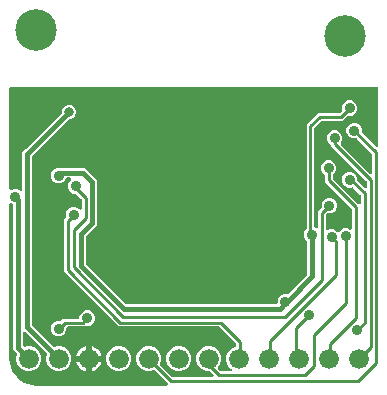
<source format=gbr>
G04 EAGLE Gerber RS-274X export*
G75*
%MOMM*%
%FSLAX34Y34*%
%LPD*%
%INBottom Copper*%
%IPPOS*%
%AMOC8*
5,1,8,0,0,1.08239X$1,22.5*%
G01*
%ADD10C,3.516000*%
%ADD11C,1.676400*%
%ADD12C,0.906400*%
%ADD13C,0.406400*%
%ADD14C,0.254000*%
%ADD15C,0.800100*%

G36*
X135912Y2558D02*
X135912Y2558D01*
X136051Y2571D01*
X136070Y2578D01*
X136090Y2581D01*
X136219Y2632D01*
X136350Y2679D01*
X136367Y2690D01*
X136385Y2698D01*
X136498Y2779D01*
X136613Y2857D01*
X136626Y2873D01*
X136643Y2884D01*
X136732Y2992D01*
X136824Y3096D01*
X136833Y3114D01*
X136846Y3129D01*
X136905Y3255D01*
X136968Y3379D01*
X136973Y3399D01*
X136981Y3417D01*
X137007Y3554D01*
X137038Y3689D01*
X137037Y3710D01*
X137041Y3729D01*
X137032Y3868D01*
X137028Y4007D01*
X137022Y4027D01*
X137021Y4047D01*
X136978Y4179D01*
X136940Y4313D01*
X136929Y4330D01*
X136923Y4349D01*
X136849Y4467D01*
X136778Y4587D01*
X136760Y4608D01*
X136753Y4618D01*
X136738Y4632D01*
X136672Y4708D01*
X136026Y5354D01*
X125918Y15461D01*
X125895Y15479D01*
X125876Y15502D01*
X125770Y15576D01*
X125667Y15656D01*
X125640Y15668D01*
X125616Y15685D01*
X125494Y15731D01*
X125375Y15782D01*
X125346Y15787D01*
X125318Y15798D01*
X125189Y15812D01*
X125061Y15832D01*
X125031Y15830D01*
X125002Y15833D01*
X124874Y15815D01*
X124744Y15803D01*
X124716Y15793D01*
X124687Y15788D01*
X124535Y15736D01*
X122722Y14985D01*
X118578Y14985D01*
X114751Y16571D01*
X111821Y19501D01*
X110235Y23328D01*
X110235Y27472D01*
X111821Y31299D01*
X114751Y34229D01*
X118578Y35815D01*
X122722Y35815D01*
X126549Y34229D01*
X129479Y31299D01*
X131065Y27472D01*
X131065Y23328D01*
X130314Y21515D01*
X130306Y21487D01*
X130292Y21460D01*
X130264Y21334D01*
X130230Y21208D01*
X130229Y21179D01*
X130223Y21150D01*
X130227Y21020D01*
X130225Y20890D01*
X130232Y20862D01*
X130232Y20832D01*
X130269Y20708D01*
X130299Y20581D01*
X130313Y20555D01*
X130321Y20527D01*
X130387Y20415D01*
X130448Y20300D01*
X130467Y20278D01*
X130482Y20253D01*
X130589Y20132D01*
X140696Y10024D01*
X140775Y9964D01*
X140847Y9896D01*
X140900Y9867D01*
X140948Y9830D01*
X141039Y9790D01*
X141125Y9742D01*
X141184Y9727D01*
X141239Y9703D01*
X141337Y9688D01*
X141433Y9663D01*
X141533Y9657D01*
X141554Y9653D01*
X141566Y9655D01*
X141594Y9653D01*
X174382Y9653D01*
X174520Y9670D01*
X174659Y9683D01*
X174678Y9690D01*
X174698Y9693D01*
X174827Y9744D01*
X174958Y9791D01*
X174975Y9802D01*
X174993Y9810D01*
X175106Y9891D01*
X175221Y9969D01*
X175234Y9985D01*
X175251Y9996D01*
X175340Y10104D01*
X175432Y10208D01*
X175441Y10226D01*
X175454Y10241D01*
X175513Y10367D01*
X175576Y10491D01*
X175581Y10511D01*
X175589Y10529D01*
X175615Y10665D01*
X175646Y10801D01*
X175645Y10822D01*
X175649Y10841D01*
X175640Y10980D01*
X175636Y11119D01*
X175630Y11139D01*
X175629Y11159D01*
X175586Y11291D01*
X175548Y11425D01*
X175537Y11442D01*
X175531Y11461D01*
X175457Y11579D01*
X175386Y11699D01*
X175368Y11720D01*
X175361Y11730D01*
X175346Y11744D01*
X175280Y11819D01*
X172486Y14614D01*
X172407Y14674D01*
X172335Y14742D01*
X172282Y14771D01*
X172234Y14808D01*
X172143Y14848D01*
X172057Y14896D01*
X171998Y14911D01*
X171943Y14935D01*
X171845Y14950D01*
X171749Y14975D01*
X171649Y14981D01*
X171628Y14985D01*
X171616Y14983D01*
X171588Y14985D01*
X169378Y14985D01*
X165551Y16571D01*
X162621Y19501D01*
X161035Y23328D01*
X161035Y27472D01*
X162621Y31299D01*
X165551Y34229D01*
X169378Y35815D01*
X173522Y35815D01*
X177349Y34229D01*
X180279Y31299D01*
X181865Y27472D01*
X181865Y23328D01*
X180279Y19501D01*
X179507Y18729D01*
X179434Y18635D01*
X179355Y18545D01*
X179337Y18509D01*
X179312Y18477D01*
X179265Y18368D01*
X179211Y18262D01*
X179202Y18223D01*
X179186Y18185D01*
X179167Y18068D01*
X179141Y17952D01*
X179142Y17911D01*
X179136Y17871D01*
X179147Y17753D01*
X179151Y17634D01*
X179162Y17595D01*
X179166Y17555D01*
X179206Y17443D01*
X179239Y17328D01*
X179260Y17294D01*
X179273Y17255D01*
X179340Y17157D01*
X179401Y17054D01*
X179441Y17009D01*
X179452Y16992D01*
X179467Y16979D01*
X179507Y16934D01*
X181336Y15104D01*
X181415Y15044D01*
X181487Y14976D01*
X181540Y14947D01*
X181588Y14910D01*
X181679Y14870D01*
X181765Y14822D01*
X181824Y14807D01*
X181879Y14783D01*
X181977Y14768D01*
X182073Y14743D01*
X182173Y14737D01*
X182194Y14733D01*
X182206Y14735D01*
X182234Y14733D01*
X189724Y14733D01*
X189862Y14750D01*
X190001Y14763D01*
X190020Y14770D01*
X190040Y14773D01*
X190169Y14824D01*
X190300Y14871D01*
X190317Y14882D01*
X190336Y14890D01*
X190448Y14971D01*
X190563Y15049D01*
X190577Y15065D01*
X190593Y15076D01*
X190682Y15184D01*
X190774Y15288D01*
X190783Y15306D01*
X190796Y15321D01*
X190855Y15447D01*
X190918Y15571D01*
X190923Y15591D01*
X190931Y15609D01*
X190957Y15745D01*
X190988Y15881D01*
X190987Y15902D01*
X190991Y15921D01*
X190982Y16060D01*
X190978Y16199D01*
X190973Y16219D01*
X190971Y16239D01*
X190929Y16371D01*
X190890Y16505D01*
X190880Y16522D01*
X190873Y16541D01*
X190799Y16659D01*
X190728Y16779D01*
X190710Y16800D01*
X190703Y16810D01*
X190688Y16824D01*
X190622Y16899D01*
X188021Y19501D01*
X186435Y23328D01*
X186435Y27472D01*
X188021Y31299D01*
X190951Y34229D01*
X194034Y35506D01*
X194059Y35521D01*
X194087Y35530D01*
X194197Y35599D01*
X194310Y35664D01*
X194331Y35684D01*
X194356Y35700D01*
X194445Y35795D01*
X194538Y35885D01*
X194554Y35910D01*
X194574Y35932D01*
X194637Y36045D01*
X194705Y36156D01*
X194713Y36184D01*
X194728Y36210D01*
X194760Y36336D01*
X194798Y36460D01*
X194800Y36490D01*
X194807Y36518D01*
X194817Y36679D01*
X194817Y37476D01*
X194805Y37574D01*
X194802Y37673D01*
X194785Y37732D01*
X194777Y37792D01*
X194741Y37884D01*
X194713Y37979D01*
X194683Y38031D01*
X194660Y38087D01*
X194602Y38167D01*
X194552Y38253D01*
X194486Y38328D01*
X194474Y38345D01*
X194464Y38353D01*
X194446Y38374D01*
X180614Y52206D01*
X180535Y52266D01*
X180463Y52334D01*
X180410Y52363D01*
X180362Y52400D01*
X180271Y52440D01*
X180185Y52488D01*
X180126Y52503D01*
X180071Y52527D01*
X179973Y52542D01*
X179877Y52567D01*
X179777Y52573D01*
X179756Y52577D01*
X179744Y52575D01*
X179716Y52577D01*
X95152Y52577D01*
X48767Y98962D01*
X48767Y143608D01*
X50214Y145054D01*
X50274Y145133D01*
X50342Y145205D01*
X50371Y145258D01*
X50408Y145306D01*
X50448Y145397D01*
X50496Y145483D01*
X50511Y145542D01*
X50535Y145597D01*
X50550Y145695D01*
X50575Y145791D01*
X50580Y145873D01*
X50583Y145885D01*
X50582Y145895D01*
X50585Y145912D01*
X50583Y145924D01*
X50585Y145952D01*
X50585Y148626D01*
X51585Y151039D01*
X53431Y152885D01*
X55844Y153885D01*
X58456Y153885D01*
X60869Y152885D01*
X61841Y151913D01*
X61950Y151829D01*
X62057Y151740D01*
X62076Y151731D01*
X62092Y151718D01*
X62219Y151663D01*
X62345Y151604D01*
X62365Y151600D01*
X62384Y151592D01*
X62522Y151570D01*
X62658Y151544D01*
X62678Y151545D01*
X62698Y151542D01*
X62837Y151555D01*
X62975Y151564D01*
X62994Y151570D01*
X63014Y151572D01*
X63146Y151619D01*
X63277Y151662D01*
X63295Y151673D01*
X63314Y151680D01*
X63429Y151758D01*
X63546Y151832D01*
X63560Y151847D01*
X63577Y151858D01*
X63669Y151962D01*
X63764Y152064D01*
X63774Y152082D01*
X63787Y152097D01*
X63850Y152220D01*
X63918Y152342D01*
X63923Y152362D01*
X63932Y152380D01*
X63962Y152516D01*
X63997Y152650D01*
X63999Y152678D01*
X64002Y152690D01*
X64001Y152711D01*
X64007Y152811D01*
X64007Y159396D01*
X63995Y159494D01*
X63992Y159593D01*
X63975Y159652D01*
X63967Y159712D01*
X63931Y159804D01*
X63903Y159899D01*
X63873Y159951D01*
X63850Y160007D01*
X63792Y160087D01*
X63742Y160173D01*
X63676Y160248D01*
X63664Y160265D01*
X63654Y160273D01*
X63636Y160294D01*
X59416Y164514D01*
X59337Y164574D01*
X59265Y164642D01*
X59212Y164671D01*
X59164Y164708D01*
X59073Y164748D01*
X58987Y164796D01*
X58928Y164811D01*
X58873Y164835D01*
X58775Y164850D01*
X58679Y164875D01*
X58579Y164881D01*
X58558Y164885D01*
X58546Y164883D01*
X58518Y164885D01*
X57380Y164885D01*
X54967Y165885D01*
X53121Y167731D01*
X52121Y170144D01*
X52121Y172756D01*
X53121Y175169D01*
X54601Y176649D01*
X54686Y176758D01*
X54774Y176865D01*
X54783Y176884D01*
X54796Y176900D01*
X54851Y177028D01*
X54910Y177153D01*
X54914Y177173D01*
X54922Y177192D01*
X54944Y177330D01*
X54970Y177466D01*
X54969Y177486D01*
X54972Y177506D01*
X54959Y177645D01*
X54950Y177783D01*
X54944Y177802D01*
X54942Y177822D01*
X54895Y177954D01*
X54852Y178085D01*
X54841Y178103D01*
X54834Y178122D01*
X54756Y178237D01*
X54682Y178354D01*
X54667Y178368D01*
X54656Y178385D01*
X54551Y178477D01*
X54450Y178572D01*
X54433Y178582D01*
X54417Y178595D01*
X54293Y178659D01*
X54172Y178726D01*
X54152Y178731D01*
X54134Y178740D01*
X53998Y178770D01*
X53864Y178805D01*
X53836Y178807D01*
X53824Y178810D01*
X53803Y178809D01*
X53703Y178815D01*
X51772Y178815D01*
X51743Y178812D01*
X51713Y178814D01*
X51585Y178792D01*
X51457Y178775D01*
X51429Y178765D01*
X51400Y178760D01*
X51282Y178706D01*
X51161Y178658D01*
X51137Y178641D01*
X51110Y178629D01*
X51009Y178548D01*
X50904Y178472D01*
X50885Y178449D01*
X50862Y178430D01*
X50784Y178327D01*
X50701Y178227D01*
X50688Y178200D01*
X50670Y178176D01*
X50600Y178032D01*
X50015Y176621D01*
X48169Y174775D01*
X45756Y173775D01*
X43144Y173775D01*
X40731Y174775D01*
X38885Y176621D01*
X37885Y179034D01*
X37885Y181646D01*
X38885Y184059D01*
X40731Y185905D01*
X43144Y186905D01*
X44741Y186905D01*
X44839Y186917D01*
X44938Y186920D01*
X44996Y186937D01*
X45056Y186945D01*
X45057Y186945D01*
X66454Y186945D01*
X76709Y176690D01*
X76709Y138270D01*
X67936Y129498D01*
X67876Y129420D01*
X67808Y129348D01*
X67779Y129295D01*
X67742Y129247D01*
X67702Y129156D01*
X67654Y129069D01*
X67639Y129011D01*
X67615Y128955D01*
X67600Y128857D01*
X67575Y128761D01*
X67569Y128661D01*
X67565Y128641D01*
X67567Y128629D01*
X67565Y128601D01*
X67565Y106349D01*
X67577Y106251D01*
X67580Y106152D01*
X67597Y106094D01*
X67605Y106034D01*
X67641Y105942D01*
X67669Y105847D01*
X67699Y105795D01*
X67722Y105738D01*
X67780Y105658D01*
X67830Y105573D01*
X67896Y105497D01*
X67908Y105481D01*
X67918Y105473D01*
X67936Y105452D01*
X101388Y72000D01*
X101466Y71940D01*
X101538Y71872D01*
X101591Y71843D01*
X101639Y71806D01*
X101730Y71766D01*
X101817Y71718D01*
X101875Y71703D01*
X101931Y71679D01*
X102029Y71664D01*
X102125Y71639D01*
X102225Y71633D01*
X102245Y71629D01*
X102257Y71631D01*
X102285Y71629D01*
X228562Y71629D01*
X228680Y71644D01*
X228798Y71651D01*
X228837Y71664D01*
X228877Y71669D01*
X228988Y71712D01*
X229101Y71749D01*
X229135Y71771D01*
X229173Y71786D01*
X229269Y71855D01*
X229370Y71919D01*
X229397Y71949D01*
X229430Y71972D01*
X229506Y72064D01*
X229588Y72151D01*
X229607Y72186D01*
X229633Y72217D01*
X229684Y72325D01*
X229741Y72429D01*
X229751Y72469D01*
X229768Y72505D01*
X229791Y72622D01*
X229821Y72737D01*
X229824Y72797D01*
X229828Y72817D01*
X229827Y72838D01*
X229831Y72898D01*
X229831Y74790D01*
X230830Y77203D01*
X232677Y79050D01*
X235090Y80049D01*
X237605Y80049D01*
X237703Y80062D01*
X237802Y80065D01*
X237861Y80081D01*
X237921Y80089D01*
X238013Y80126D01*
X238108Y80153D01*
X238160Y80184D01*
X238216Y80206D01*
X238296Y80264D01*
X238382Y80315D01*
X238457Y80381D01*
X238474Y80393D01*
X238481Y80402D01*
X238503Y80421D01*
X254378Y96296D01*
X254438Y96374D01*
X254506Y96446D01*
X254535Y96499D01*
X254572Y96547D01*
X254612Y96638D01*
X254660Y96725D01*
X254675Y96783D01*
X254699Y96839D01*
X254714Y96937D01*
X254739Y97033D01*
X254745Y97133D01*
X254749Y97153D01*
X254747Y97165D01*
X254749Y97193D01*
X254749Y124448D01*
X254737Y124546D01*
X254734Y124645D01*
X254717Y124703D01*
X254709Y124764D01*
X254673Y124856D01*
X254645Y124951D01*
X254615Y125003D01*
X254592Y125059D01*
X254534Y125139D01*
X254484Y125225D01*
X254418Y125300D01*
X254406Y125317D01*
X254396Y125324D01*
X254378Y125346D01*
X253249Y126474D01*
X252249Y128887D01*
X252249Y131499D01*
X253249Y133912D01*
X253870Y134532D01*
X253930Y134611D01*
X253998Y134683D01*
X254027Y134736D01*
X254064Y134784D01*
X254104Y134875D01*
X254152Y134961D01*
X254167Y135020D01*
X254191Y135076D01*
X254206Y135174D01*
X254231Y135269D01*
X254237Y135369D01*
X254241Y135390D01*
X254239Y135402D01*
X254241Y135430D01*
X254241Y223352D01*
X264062Y233173D01*
X281316Y233173D01*
X281414Y233185D01*
X281513Y233188D01*
X281572Y233205D01*
X281632Y233213D01*
X281724Y233249D01*
X281819Y233277D01*
X281871Y233307D01*
X281927Y233330D01*
X282007Y233388D01*
X282093Y233438D01*
X282168Y233504D01*
X282185Y233516D01*
X282193Y233526D01*
X282214Y233544D01*
X283894Y235224D01*
X283954Y235303D01*
X284022Y235375D01*
X284051Y235428D01*
X284088Y235476D01*
X284128Y235567D01*
X284176Y235653D01*
X284191Y235712D01*
X284215Y235767D01*
X284230Y235865D01*
X284255Y235961D01*
X284261Y236061D01*
X284265Y236082D01*
X284263Y236094D01*
X284265Y236122D01*
X284265Y238796D01*
X285265Y241209D01*
X287111Y243055D01*
X289524Y244055D01*
X292136Y244055D01*
X294549Y243055D01*
X296395Y241209D01*
X297395Y238796D01*
X297395Y236184D01*
X296395Y233771D01*
X294549Y231925D01*
X292136Y230925D01*
X289462Y230925D01*
X289364Y230913D01*
X289265Y230910D01*
X289206Y230893D01*
X289146Y230885D01*
X289054Y230849D01*
X288959Y230821D01*
X288907Y230791D01*
X288851Y230768D01*
X288771Y230710D01*
X288685Y230660D01*
X288610Y230594D01*
X288593Y230582D01*
X288585Y230572D01*
X288564Y230554D01*
X284578Y226567D01*
X267324Y226567D01*
X267226Y226555D01*
X267127Y226552D01*
X267068Y226535D01*
X267008Y226527D01*
X266916Y226491D01*
X266821Y226463D01*
X266769Y226433D01*
X266713Y226410D01*
X266633Y226352D01*
X266547Y226302D01*
X266472Y226236D01*
X266455Y226224D01*
X266447Y226214D01*
X266426Y226196D01*
X261218Y220988D01*
X261158Y220909D01*
X261090Y220837D01*
X261061Y220784D01*
X261024Y220736D01*
X260984Y220645D01*
X260936Y220559D01*
X260921Y220500D01*
X260897Y220445D01*
X260882Y220347D01*
X260857Y220251D01*
X260851Y220151D01*
X260847Y220130D01*
X260849Y220118D01*
X260847Y220090D01*
X260847Y137305D01*
X260850Y137275D01*
X260848Y137246D01*
X260870Y137118D01*
X260887Y136989D01*
X260897Y136962D01*
X260902Y136933D01*
X260956Y136814D01*
X261004Y136693D01*
X261021Y136670D01*
X261033Y136643D01*
X261114Y136541D01*
X261190Y136436D01*
X261213Y136417D01*
X261232Y136394D01*
X261335Y136316D01*
X261435Y136233D01*
X261462Y136221D01*
X261486Y136203D01*
X261630Y136132D01*
X262138Y135922D01*
X262186Y135909D01*
X262231Y135887D01*
X262339Y135867D01*
X262445Y135838D01*
X262495Y135837D01*
X262544Y135828D01*
X262653Y135834D01*
X262763Y135833D01*
X262811Y135844D01*
X262861Y135847D01*
X262965Y135881D01*
X263072Y135907D01*
X263116Y135930D01*
X263163Y135945D01*
X263256Y136004D01*
X263353Y136056D01*
X263390Y136089D01*
X263432Y136116D01*
X263507Y136195D01*
X263589Y136269D01*
X263616Y136311D01*
X263650Y136347D01*
X263703Y136443D01*
X263763Y136535D01*
X263780Y136582D01*
X263804Y136626D01*
X263831Y136732D01*
X263867Y136836D01*
X263871Y136886D01*
X263883Y136934D01*
X263893Y137094D01*
X263893Y149958D01*
X266610Y152674D01*
X266670Y152753D01*
X266738Y152825D01*
X266767Y152878D01*
X266804Y152926D01*
X266844Y153017D01*
X266892Y153103D01*
X266907Y153162D01*
X266912Y153173D01*
X266919Y153189D01*
X266919Y153191D01*
X266931Y153217D01*
X266946Y153315D01*
X266971Y153411D01*
X266976Y153486D01*
X266979Y153501D01*
X266978Y153514D01*
X266981Y153532D01*
X266979Y153544D01*
X266981Y153572D01*
X266981Y156246D01*
X267981Y158659D01*
X269827Y160505D01*
X272240Y161505D01*
X274852Y161505D01*
X277265Y160505D01*
X279111Y158659D01*
X280111Y156246D01*
X280111Y153634D01*
X279111Y151221D01*
X277265Y149375D01*
X274852Y148375D01*
X272178Y148375D01*
X272080Y148363D01*
X271981Y148360D01*
X271922Y148343D01*
X271862Y148335D01*
X271770Y148299D01*
X271675Y148271D01*
X271623Y148241D01*
X271567Y148218D01*
X271487Y148160D01*
X271401Y148110D01*
X271326Y148044D01*
X271309Y148032D01*
X271301Y148022D01*
X271280Y148004D01*
X270870Y147594D01*
X270810Y147515D01*
X270742Y147443D01*
X270713Y147390D01*
X270676Y147342D01*
X270636Y147251D01*
X270588Y147165D01*
X270573Y147106D01*
X270549Y147051D01*
X270534Y146953D01*
X270509Y146857D01*
X270503Y146757D01*
X270499Y146736D01*
X270501Y146724D01*
X270499Y146696D01*
X270499Y135166D01*
X270505Y135117D01*
X270503Y135067D01*
X270525Y134960D01*
X270539Y134851D01*
X270557Y134804D01*
X270567Y134756D01*
X270615Y134657D01*
X270656Y134555D01*
X270685Y134515D01*
X270707Y134470D01*
X270778Y134387D01*
X270842Y134298D01*
X270881Y134266D01*
X270913Y134228D01*
X271003Y134165D01*
X271087Y134095D01*
X271132Y134074D01*
X271173Y134045D01*
X271276Y134006D01*
X271375Y133959D01*
X271424Y133950D01*
X271470Y133932D01*
X271580Y133920D01*
X271687Y133900D01*
X271737Y133903D01*
X271786Y133897D01*
X271895Y133913D01*
X272005Y133919D01*
X272052Y133935D01*
X272101Y133942D01*
X272254Y133994D01*
X274284Y134835D01*
X276896Y134835D01*
X279309Y133835D01*
X280232Y132912D01*
X280326Y132839D01*
X280415Y132760D01*
X280451Y132742D01*
X280483Y132717D01*
X280592Y132670D01*
X280699Y132616D01*
X280738Y132607D01*
X280775Y132591D01*
X280893Y132572D01*
X281009Y132546D01*
X281049Y132547D01*
X281089Y132541D01*
X281208Y132552D01*
X281327Y132556D01*
X281366Y132567D01*
X281406Y132571D01*
X281518Y132611D01*
X281632Y132644D01*
X281667Y132665D01*
X281705Y132678D01*
X281804Y132745D01*
X281906Y132806D01*
X281951Y132845D01*
X281968Y132857D01*
X281982Y132872D01*
X282027Y132912D01*
X283761Y134646D01*
X286174Y135645D01*
X288785Y135645D01*
X291185Y134651D01*
X291233Y134638D01*
X291278Y134617D01*
X291385Y134596D01*
X291492Y134567D01*
X291541Y134567D01*
X291590Y134557D01*
X291700Y134564D01*
X291810Y134562D01*
X291858Y134574D01*
X291907Y134577D01*
X292012Y134611D01*
X292119Y134636D01*
X292163Y134660D01*
X292210Y134675D01*
X292303Y134734D01*
X292400Y134785D01*
X292437Y134819D01*
X292479Y134845D01*
X292554Y134925D01*
X292635Y134999D01*
X292663Y135041D01*
X292697Y135077D01*
X292750Y135173D01*
X292810Y135265D01*
X292826Y135312D01*
X292850Y135355D01*
X292878Y135462D01*
X292913Y135566D01*
X292917Y135615D01*
X292930Y135663D01*
X292940Y135824D01*
X292940Y151444D01*
X292927Y151542D01*
X292924Y151641D01*
X292908Y151699D01*
X292900Y151759D01*
X292864Y151851D01*
X292836Y151946D01*
X292805Y151999D01*
X292783Y152055D01*
X292725Y152135D01*
X292674Y152220D01*
X292608Y152296D01*
X292596Y152312D01*
X292587Y152320D01*
X292568Y152341D01*
X269747Y175162D01*
X269747Y180183D01*
X269735Y180281D01*
X269732Y180380D01*
X269715Y180438D01*
X269707Y180499D01*
X269671Y180591D01*
X269643Y180686D01*
X269613Y180738D01*
X269590Y180794D01*
X269532Y180874D01*
X269482Y180960D01*
X269416Y181035D01*
X269404Y181052D01*
X269394Y181059D01*
X269376Y181081D01*
X267485Y182971D01*
X266485Y185384D01*
X266485Y187996D01*
X267485Y190409D01*
X269331Y192255D01*
X271744Y193255D01*
X274356Y193255D01*
X276769Y192255D01*
X278615Y190409D01*
X279615Y187996D01*
X279615Y185384D01*
X278615Y182971D01*
X276724Y181081D01*
X276664Y181002D01*
X276596Y180930D01*
X276567Y180877D01*
X276530Y180829D01*
X276490Y180738D01*
X276442Y180652D01*
X276427Y180593D01*
X276403Y180537D01*
X276388Y180439D01*
X276363Y180344D01*
X276357Y180244D01*
X276353Y180223D01*
X276355Y180211D01*
X276353Y180183D01*
X276353Y178424D01*
X276365Y178326D01*
X276368Y178227D01*
X276385Y178168D01*
X276393Y178108D01*
X276429Y178016D01*
X276457Y177921D01*
X276487Y177869D01*
X276510Y177813D01*
X276568Y177733D01*
X276618Y177647D01*
X276684Y177572D01*
X276696Y177555D01*
X276706Y177547D01*
X276724Y177526D01*
X297239Y157012D01*
X297885Y156366D01*
X297995Y156281D01*
X298102Y156192D01*
X298120Y156183D01*
X298136Y156171D01*
X298264Y156115D01*
X298390Y156056D01*
X298409Y156053D01*
X298428Y156044D01*
X298566Y156023D01*
X298702Y155997D01*
X298722Y155998D01*
X298742Y155995D01*
X298881Y156008D01*
X299019Y156016D01*
X299039Y156023D01*
X299059Y156024D01*
X299190Y156071D01*
X299322Y156114D01*
X299339Y156125D01*
X299358Y156132D01*
X299473Y156210D01*
X299591Y156284D01*
X299605Y156299D01*
X299621Y156311D01*
X299713Y156415D01*
X299809Y156516D01*
X299818Y156534D01*
X299832Y156549D01*
X299895Y156673D01*
X299962Y156795D01*
X299967Y156814D01*
X299976Y156832D01*
X300007Y156968D01*
X300042Y157103D01*
X300043Y157131D01*
X300046Y157143D01*
X300045Y157163D01*
X300052Y157263D01*
X300052Y163382D01*
X300039Y163480D01*
X300036Y163579D01*
X300020Y163637D01*
X300012Y163697D01*
X299975Y163789D01*
X299948Y163884D01*
X299917Y163937D01*
X299895Y163993D01*
X299837Y164073D01*
X299786Y164158D01*
X299720Y164234D01*
X299708Y164250D01*
X299699Y164258D01*
X299680Y164279D01*
X293874Y170085D01*
X293851Y170103D01*
X293831Y170126D01*
X293725Y170200D01*
X293623Y170280D01*
X293595Y170292D01*
X293571Y170309D01*
X293450Y170355D01*
X293331Y170407D01*
X293302Y170411D01*
X293274Y170422D01*
X293145Y170436D01*
X293017Y170456D01*
X292987Y170454D01*
X292958Y170457D01*
X292829Y170439D01*
X292700Y170427D01*
X292672Y170417D01*
X292643Y170413D01*
X292491Y170360D01*
X291960Y170141D01*
X289349Y170141D01*
X286936Y171140D01*
X285089Y172987D01*
X284090Y175400D01*
X284090Y178011D01*
X285089Y180424D01*
X286936Y182271D01*
X289349Y183270D01*
X291960Y183270D01*
X294373Y182271D01*
X296220Y180424D01*
X297219Y178011D01*
X297219Y176607D01*
X297232Y176509D01*
X297235Y176410D01*
X297251Y176352D01*
X297259Y176292D01*
X297296Y176200D01*
X297323Y176105D01*
X297354Y176052D01*
X297376Y175996D01*
X297434Y175916D01*
X297485Y175831D01*
X297551Y175755D01*
X297563Y175739D01*
X297572Y175731D01*
X297591Y175710D01*
X303141Y170160D01*
X303250Y170075D01*
X303357Y169986D01*
X303376Y169978D01*
X303392Y169965D01*
X303520Y169910D01*
X303645Y169851D01*
X303665Y169847D01*
X303684Y169839D01*
X303822Y169817D01*
X303958Y169791D01*
X303978Y169792D01*
X303998Y169789D01*
X304137Y169802D01*
X304275Y169811D01*
X304294Y169817D01*
X304314Y169819D01*
X304446Y169866D01*
X304577Y169909D01*
X304595Y169920D01*
X304614Y169927D01*
X304729Y170005D01*
X304846Y170079D01*
X304860Y170094D01*
X304877Y170105D01*
X304969Y170209D01*
X305064Y170311D01*
X305074Y170328D01*
X305087Y170344D01*
X305151Y170468D01*
X305218Y170589D01*
X305223Y170609D01*
X305232Y170627D01*
X305262Y170763D01*
X305297Y170897D01*
X305299Y170925D01*
X305302Y170937D01*
X305301Y170958D01*
X305307Y171058D01*
X305307Y174636D01*
X305295Y174734D01*
X305292Y174833D01*
X305275Y174892D01*
X305267Y174952D01*
X305231Y175044D01*
X305203Y175139D01*
X305173Y175191D01*
X305150Y175247D01*
X305092Y175327D01*
X305042Y175413D01*
X304976Y175488D01*
X304964Y175505D01*
X304954Y175513D01*
X304936Y175534D01*
X274819Y205650D01*
X274815Y205681D01*
X274812Y205780D01*
X274795Y205838D01*
X274787Y205899D01*
X274751Y205991D01*
X274723Y206086D01*
X274693Y206138D01*
X274670Y206194D01*
X274612Y206274D01*
X274562Y206360D01*
X274496Y206435D01*
X274484Y206452D01*
X274474Y206459D01*
X274456Y206481D01*
X272565Y208371D01*
X271565Y210784D01*
X271565Y213396D01*
X272565Y215809D01*
X274411Y217655D01*
X276824Y218655D01*
X279436Y218655D01*
X281849Y217655D01*
X283695Y215809D01*
X284695Y213396D01*
X284695Y210784D01*
X283695Y208371D01*
X283465Y208141D01*
X283392Y208047D01*
X283313Y207958D01*
X283295Y207922D01*
X283270Y207890D01*
X283223Y207781D01*
X283168Y207674D01*
X283160Y207635D01*
X283144Y207598D01*
X283125Y207480D01*
X283099Y207364D01*
X283100Y207324D01*
X283094Y207284D01*
X283105Y207165D01*
X283108Y207046D01*
X283120Y207007D01*
X283124Y206967D01*
X283164Y206855D01*
X283197Y206741D01*
X283217Y206706D01*
X283231Y206668D01*
X283298Y206569D01*
X283358Y206467D01*
X283398Y206422D01*
X283410Y206405D01*
X283425Y206391D01*
X283465Y206346D01*
X307713Y182098D01*
X307822Y182013D01*
X307929Y181924D01*
X307948Y181916D01*
X307964Y181903D01*
X308092Y181848D01*
X308217Y181789D01*
X308237Y181785D01*
X308256Y181777D01*
X308394Y181755D01*
X308530Y181729D01*
X308550Y181730D01*
X308570Y181727D01*
X308709Y181740D01*
X308847Y181749D01*
X308866Y181755D01*
X308886Y181757D01*
X309018Y181804D01*
X309149Y181847D01*
X309167Y181858D01*
X309186Y181865D01*
X309301Y181943D01*
X309418Y182017D01*
X309432Y182032D01*
X309449Y182043D01*
X309541Y182147D01*
X309636Y182249D01*
X309646Y182266D01*
X309659Y182282D01*
X309723Y182405D01*
X309790Y182527D01*
X309795Y182547D01*
X309804Y182565D01*
X309834Y182701D01*
X309869Y182835D01*
X309871Y182863D01*
X309874Y182875D01*
X309873Y182896D01*
X309879Y182996D01*
X309879Y198120D01*
X309867Y198218D01*
X309864Y198317D01*
X309847Y198375D01*
X309839Y198436D01*
X309803Y198528D01*
X309775Y198623D01*
X309745Y198675D01*
X309722Y198731D01*
X309664Y198811D01*
X309614Y198897D01*
X309548Y198972D01*
X309536Y198989D01*
X309526Y198996D01*
X309508Y199018D01*
X297022Y211504D01*
X296943Y211564D01*
X296871Y211632D01*
X296818Y211661D01*
X296770Y211698D01*
X296679Y211738D01*
X296593Y211786D01*
X296534Y211801D01*
X296478Y211825D01*
X296380Y211840D01*
X296285Y211865D01*
X296185Y211871D01*
X296164Y211875D01*
X296152Y211873D01*
X296124Y211875D01*
X293334Y211875D01*
X290921Y212875D01*
X289075Y214721D01*
X288075Y217134D01*
X288075Y219746D01*
X289075Y222159D01*
X290921Y224005D01*
X293334Y225005D01*
X295946Y225005D01*
X298359Y224005D01*
X300205Y222159D01*
X301205Y219746D01*
X301205Y217188D01*
X301217Y217089D01*
X301220Y216990D01*
X301237Y216932D01*
X301245Y216872D01*
X301281Y216780D01*
X301309Y216685D01*
X301339Y216633D01*
X301362Y216576D01*
X301420Y216496D01*
X301470Y216411D01*
X301536Y216336D01*
X301548Y216319D01*
X301558Y216311D01*
X301576Y216290D01*
X312793Y205074D01*
X312902Y204989D01*
X313009Y204900D01*
X313028Y204892D01*
X313044Y204879D01*
X313172Y204824D01*
X313297Y204765D01*
X313317Y204761D01*
X313336Y204753D01*
X313474Y204731D01*
X313610Y204705D01*
X313630Y204706D01*
X313650Y204703D01*
X313789Y204716D01*
X313927Y204725D01*
X313946Y204731D01*
X313966Y204733D01*
X314098Y204780D01*
X314229Y204823D01*
X314247Y204833D01*
X314266Y204840D01*
X314381Y204918D01*
X314498Y204993D01*
X314512Y205008D01*
X314529Y205019D01*
X314621Y205123D01*
X314716Y205224D01*
X314726Y205242D01*
X314739Y205257D01*
X314803Y205381D01*
X314870Y205503D01*
X314875Y205522D01*
X314884Y205541D01*
X314914Y205676D01*
X314949Y205811D01*
X314951Y205839D01*
X314954Y205851D01*
X314953Y205871D01*
X314959Y205972D01*
X314959Y254000D01*
X314944Y254118D01*
X314937Y254237D01*
X314924Y254275D01*
X314919Y254316D01*
X314876Y254426D01*
X314839Y254539D01*
X314817Y254574D01*
X314802Y254611D01*
X314733Y254707D01*
X314669Y254808D01*
X314639Y254836D01*
X314616Y254869D01*
X314524Y254945D01*
X314437Y255026D01*
X314402Y255046D01*
X314371Y255071D01*
X314263Y255122D01*
X314159Y255180D01*
X314119Y255190D01*
X314083Y255207D01*
X313966Y255229D01*
X313851Y255259D01*
X313791Y255263D01*
X313771Y255267D01*
X313750Y255265D01*
X313690Y255269D01*
X3810Y255269D01*
X3692Y255254D01*
X3573Y255247D01*
X3535Y255234D01*
X3494Y255229D01*
X3384Y255186D01*
X3271Y255149D01*
X3236Y255127D01*
X3199Y255112D01*
X3103Y255042D01*
X3002Y254979D01*
X2974Y254949D01*
X2941Y254926D01*
X2865Y254834D01*
X2784Y254747D01*
X2764Y254712D01*
X2739Y254681D01*
X2688Y254573D01*
X2630Y254469D01*
X2620Y254429D01*
X2603Y254393D01*
X2581Y254276D01*
X2551Y254161D01*
X2547Y254100D01*
X2543Y254080D01*
X2545Y254060D01*
X2541Y254000D01*
X2541Y169461D01*
X2547Y169412D01*
X2545Y169362D01*
X2567Y169255D01*
X2581Y169146D01*
X2599Y169099D01*
X2609Y169051D01*
X2657Y168952D01*
X2698Y168850D01*
X2727Y168810D01*
X2749Y168765D01*
X2820Y168682D01*
X2884Y168593D01*
X2923Y168561D01*
X2955Y168523D01*
X3045Y168460D01*
X3129Y168390D01*
X3174Y168369D01*
X3215Y168340D01*
X3318Y168301D01*
X3417Y168254D01*
X3466Y168245D01*
X3512Y168227D01*
X3622Y168215D01*
X3729Y168195D01*
X3779Y168198D01*
X3828Y168192D01*
X3937Y168208D01*
X4047Y168214D01*
X4094Y168230D01*
X4143Y168237D01*
X4296Y168289D01*
X6314Y169125D01*
X8926Y169125D01*
X11339Y168125D01*
X11548Y167915D01*
X11658Y167830D01*
X11765Y167742D01*
X11784Y167733D01*
X11800Y167720D01*
X11927Y167665D01*
X12053Y167606D01*
X12073Y167602D01*
X12092Y167594D01*
X12229Y167572D01*
X12366Y167546D01*
X12386Y167547D01*
X12406Y167544D01*
X12544Y167557D01*
X12683Y167566D01*
X12702Y167572D01*
X12722Y167574D01*
X12854Y167621D01*
X12985Y167664D01*
X13002Y167675D01*
X13022Y167682D01*
X13137Y167760D01*
X13254Y167834D01*
X13268Y167849D01*
X13285Y167860D01*
X13377Y167964D01*
X13472Y168066D01*
X13482Y168083D01*
X13495Y168099D01*
X13559Y168223D01*
X13626Y168344D01*
X13631Y168364D01*
X13640Y168382D01*
X13670Y168518D01*
X13705Y168652D01*
X13707Y168680D01*
X13710Y168692D01*
X13709Y168713D01*
X13715Y168813D01*
X13715Y200274D01*
X16468Y203026D01*
X46935Y233493D01*
X46996Y233572D01*
X47064Y233644D01*
X47093Y233697D01*
X47130Y233745D01*
X47169Y233836D01*
X47217Y233922D01*
X47232Y233981D01*
X47256Y234037D01*
X47272Y234134D01*
X47297Y234230D01*
X47303Y234330D01*
X47306Y234351D01*
X47305Y234363D01*
X47307Y234391D01*
X47307Y235350D01*
X48225Y237568D01*
X49922Y239265D01*
X52140Y240183D01*
X54540Y240183D01*
X56758Y239265D01*
X58455Y237568D01*
X59373Y235350D01*
X59373Y232950D01*
X58455Y230732D01*
X56758Y229035D01*
X54540Y228117D01*
X53581Y228117D01*
X53483Y228104D01*
X53384Y228101D01*
X53325Y228085D01*
X53265Y228077D01*
X53173Y228040D01*
X53078Y228013D01*
X53026Y227982D01*
X52970Y227960D01*
X52890Y227902D01*
X52804Y227851D01*
X52729Y227785D01*
X52712Y227773D01*
X52705Y227764D01*
X52683Y227745D01*
X22216Y197278D01*
X22156Y197200D01*
X22088Y197128D01*
X22059Y197075D01*
X22022Y197027D01*
X21982Y196936D01*
X21934Y196849D01*
X21919Y196791D01*
X21895Y196735D01*
X21880Y196637D01*
X21855Y196541D01*
X21849Y196441D01*
X21845Y196421D01*
X21847Y196409D01*
X21845Y196381D01*
X21845Y54279D01*
X21857Y54181D01*
X21860Y54082D01*
X21877Y54024D01*
X21885Y53964D01*
X21921Y53872D01*
X21949Y53777D01*
X21979Y53725D01*
X22002Y53668D01*
X22060Y53588D01*
X22110Y53503D01*
X22176Y53427D01*
X22188Y53411D01*
X22198Y53403D01*
X22216Y53382D01*
X39944Y35654D01*
X39967Y35636D01*
X39986Y35614D01*
X40092Y35539D01*
X40195Y35459D01*
X40222Y35448D01*
X40246Y35431D01*
X40368Y35385D01*
X40487Y35333D01*
X40516Y35329D01*
X40544Y35318D01*
X40673Y35304D01*
X40801Y35283D01*
X40831Y35286D01*
X40860Y35283D01*
X40988Y35301D01*
X41118Y35313D01*
X41146Y35323D01*
X41175Y35327D01*
X41327Y35379D01*
X42378Y35815D01*
X46522Y35815D01*
X50349Y34229D01*
X53279Y31299D01*
X54865Y27472D01*
X54865Y23328D01*
X53279Y19501D01*
X50349Y16571D01*
X46522Y14985D01*
X42378Y14985D01*
X38551Y16571D01*
X35621Y19501D01*
X34035Y23328D01*
X34035Y27472D01*
X34471Y28523D01*
X34479Y28551D01*
X34492Y28578D01*
X34520Y28704D01*
X34555Y28830D01*
X34555Y28859D01*
X34562Y28888D01*
X34558Y29018D01*
X34560Y29148D01*
X34553Y29176D01*
X34552Y29206D01*
X34516Y29330D01*
X34486Y29457D01*
X34472Y29483D01*
X34464Y29511D01*
X34398Y29623D01*
X34337Y29738D01*
X34317Y29760D01*
X34302Y29785D01*
X34196Y29906D01*
X16468Y47633D01*
X16392Y47710D01*
X16282Y47795D01*
X16175Y47884D01*
X16156Y47893D01*
X16140Y47905D01*
X16013Y47960D01*
X15887Y48020D01*
X15867Y48023D01*
X15849Y48031D01*
X15711Y48053D01*
X15574Y48079D01*
X15554Y48078D01*
X15535Y48081D01*
X15396Y48068D01*
X15257Y48060D01*
X15238Y48053D01*
X15218Y48051D01*
X15087Y48004D01*
X14955Y47962D01*
X14938Y47951D01*
X14919Y47944D01*
X14803Y47866D01*
X14686Y47791D01*
X14672Y47777D01*
X14655Y47765D01*
X14564Y47661D01*
X14468Y47560D01*
X14458Y47542D01*
X14445Y47527D01*
X14382Y47403D01*
X14314Y47281D01*
X14309Y47262D01*
X14300Y47244D01*
X14270Y47108D01*
X14235Y46973D01*
X14233Y46945D01*
X14231Y46934D01*
X14231Y46913D01*
X14225Y46813D01*
X14225Y36574D01*
X14231Y36524D01*
X14229Y36475D01*
X14251Y36367D01*
X14265Y36258D01*
X14283Y36212D01*
X14293Y36163D01*
X14341Y36065D01*
X14382Y35962D01*
X14411Y35922D01*
X14433Y35878D01*
X14504Y35794D01*
X14568Y35705D01*
X14607Y35673D01*
X14639Y35636D01*
X14729Y35572D01*
X14813Y35502D01*
X14858Y35481D01*
X14899Y35453D01*
X15002Y35414D01*
X15101Y35367D01*
X15150Y35357D01*
X15196Y35340D01*
X15306Y35328D01*
X15413Y35307D01*
X15463Y35310D01*
X15512Y35305D01*
X15621Y35320D01*
X15731Y35327D01*
X15778Y35342D01*
X15827Y35349D01*
X15980Y35401D01*
X16978Y35815D01*
X21122Y35815D01*
X24949Y34229D01*
X27879Y31299D01*
X29465Y27472D01*
X29465Y23328D01*
X27879Y19501D01*
X24949Y16571D01*
X21122Y14985D01*
X16978Y14985D01*
X13151Y16571D01*
X10221Y19501D01*
X8635Y23328D01*
X8635Y27472D01*
X9071Y28523D01*
X9079Y28551D01*
X9092Y28578D01*
X9120Y28704D01*
X9155Y28830D01*
X9155Y28859D01*
X9162Y28888D01*
X9158Y29018D01*
X9160Y29148D01*
X9153Y29176D01*
X9152Y29206D01*
X9116Y29330D01*
X9086Y29457D01*
X9072Y29483D01*
X9064Y29511D01*
X8998Y29623D01*
X8937Y29738D01*
X8917Y29760D01*
X8902Y29785D01*
X8796Y29906D01*
X6095Y32606D01*
X6095Y155238D01*
X6092Y155267D01*
X6094Y155297D01*
X6072Y155425D01*
X6055Y155553D01*
X6045Y155581D01*
X6040Y155610D01*
X5986Y155729D01*
X5938Y155849D01*
X5921Y155873D01*
X5909Y155900D01*
X5828Y156002D01*
X5752Y156106D01*
X5729Y156125D01*
X5710Y156148D01*
X5607Y156226D01*
X5507Y156309D01*
X5480Y156322D01*
X5456Y156340D01*
X5312Y156410D01*
X4296Y156831D01*
X4248Y156845D01*
X4203Y156866D01*
X4095Y156886D01*
X3989Y156915D01*
X3939Y156916D01*
X3890Y156925D01*
X3781Y156919D01*
X3671Y156920D01*
X3623Y156909D01*
X3573Y156906D01*
X3469Y156872D01*
X3362Y156846D01*
X3318Y156823D01*
X3271Y156808D01*
X3178Y156749D01*
X3081Y156697D01*
X3044Y156664D01*
X3002Y156637D01*
X2927Y156557D01*
X2845Y156484D01*
X2818Y156442D01*
X2784Y156406D01*
X2731Y156310D01*
X2671Y156218D01*
X2654Y156171D01*
X2630Y156127D01*
X2603Y156021D01*
X2567Y155917D01*
X2563Y155867D01*
X2551Y155819D01*
X2541Y155659D01*
X2541Y25400D01*
X2543Y25378D01*
X2545Y25300D01*
X2810Y21923D01*
X2824Y21855D01*
X2829Y21786D01*
X2869Y21630D01*
X4956Y15206D01*
X5006Y15099D01*
X5050Y14988D01*
X5083Y14937D01*
X5091Y14918D01*
X5104Y14903D01*
X5136Y14852D01*
X9107Y9388D01*
X9127Y9366D01*
X9138Y9348D01*
X9184Y9305D01*
X9188Y9301D01*
X9264Y9209D01*
X9310Y9171D01*
X9324Y9156D01*
X9342Y9145D01*
X9388Y9107D01*
X14852Y5136D01*
X14956Y5079D01*
X15056Y5015D01*
X15113Y4993D01*
X15131Y4983D01*
X15151Y4978D01*
X15206Y4956D01*
X21630Y2869D01*
X21698Y2856D01*
X21764Y2833D01*
X21923Y2810D01*
X25300Y2545D01*
X25322Y2546D01*
X25400Y2541D01*
X135774Y2541D01*
X135912Y2558D01*
G37*
%LPC*%
G36*
X43144Y44235D02*
X43144Y44235D01*
X40731Y45235D01*
X38885Y47081D01*
X37885Y49494D01*
X37885Y52106D01*
X38885Y54519D01*
X40731Y56365D01*
X43144Y57365D01*
X45818Y57365D01*
X45916Y57377D01*
X46015Y57380D01*
X46074Y57397D01*
X46134Y57405D01*
X46226Y57441D01*
X46321Y57469D01*
X46373Y57499D01*
X46429Y57522D01*
X46509Y57580D01*
X46595Y57630D01*
X46670Y57696D01*
X46687Y57708D01*
X46695Y57718D01*
X46716Y57736D01*
X48162Y59183D01*
X60746Y59183D01*
X60864Y59198D01*
X60983Y59205D01*
X61021Y59218D01*
X61062Y59223D01*
X61172Y59266D01*
X61285Y59303D01*
X61320Y59325D01*
X61357Y59340D01*
X61453Y59409D01*
X61554Y59473D01*
X61582Y59503D01*
X61615Y59526D01*
X61691Y59618D01*
X61772Y59705D01*
X61792Y59740D01*
X61817Y59771D01*
X61868Y59879D01*
X61926Y59983D01*
X61936Y60023D01*
X61953Y60059D01*
X61975Y60176D01*
X62005Y60291D01*
X62009Y60351D01*
X62013Y60371D01*
X62011Y60392D01*
X62015Y60452D01*
X62015Y60996D01*
X63015Y63409D01*
X64861Y65255D01*
X67274Y66255D01*
X69886Y66255D01*
X72299Y65255D01*
X74145Y63409D01*
X75145Y60996D01*
X75145Y58384D01*
X74145Y55971D01*
X72299Y54125D01*
X69886Y53125D01*
X67212Y53125D01*
X67114Y53113D01*
X67015Y53110D01*
X66956Y53093D01*
X66896Y53085D01*
X66804Y53049D01*
X66709Y53021D01*
X66657Y52991D01*
X66601Y52968D01*
X66521Y52910D01*
X66435Y52860D01*
X66360Y52794D01*
X66343Y52782D01*
X66335Y52772D01*
X66314Y52754D01*
X66138Y52577D01*
X52284Y52577D01*
X52166Y52562D01*
X52047Y52555D01*
X52009Y52542D01*
X51968Y52537D01*
X51858Y52494D01*
X51745Y52457D01*
X51710Y52435D01*
X51673Y52420D01*
X51577Y52351D01*
X51476Y52287D01*
X51448Y52257D01*
X51415Y52234D01*
X51339Y52142D01*
X51258Y52055D01*
X51238Y52020D01*
X51213Y51989D01*
X51162Y51881D01*
X51104Y51777D01*
X51094Y51737D01*
X51077Y51701D01*
X51055Y51584D01*
X51025Y51469D01*
X51021Y51409D01*
X51017Y51389D01*
X51019Y51368D01*
X51015Y51308D01*
X51015Y49494D01*
X50015Y47081D01*
X48169Y45235D01*
X45756Y44235D01*
X43144Y44235D01*
G37*
%LPD*%
%LPC*%
G36*
X143978Y14985D02*
X143978Y14985D01*
X140151Y16571D01*
X137221Y19501D01*
X135635Y23328D01*
X135635Y27472D01*
X137221Y31299D01*
X140151Y34229D01*
X143978Y35815D01*
X148122Y35815D01*
X151949Y34229D01*
X154879Y31299D01*
X156465Y27472D01*
X156465Y23328D01*
X154879Y19501D01*
X151949Y16571D01*
X148122Y14985D01*
X143978Y14985D01*
G37*
%LPD*%
%LPC*%
G36*
X93178Y14985D02*
X93178Y14985D01*
X89351Y16571D01*
X86421Y19501D01*
X84835Y23328D01*
X84835Y27472D01*
X86421Y31299D01*
X89351Y34229D01*
X93178Y35815D01*
X97322Y35815D01*
X101149Y34229D01*
X104079Y31299D01*
X105665Y27472D01*
X105665Y23328D01*
X104079Y19501D01*
X101149Y16571D01*
X97322Y14985D01*
X93178Y14985D01*
G37*
%LPD*%
%LPC*%
G36*
X72349Y27899D02*
X72349Y27899D01*
X72349Y36063D01*
X72408Y36054D01*
X74043Y35523D01*
X75575Y34742D01*
X76966Y33731D01*
X78181Y32516D01*
X79192Y31125D01*
X79973Y29593D01*
X80504Y27958D01*
X80513Y27899D01*
X72349Y27899D01*
G37*
%LPD*%
%LPC*%
G36*
X59187Y27899D02*
X59187Y27899D01*
X59196Y27958D01*
X59727Y29593D01*
X60508Y31125D01*
X61519Y32516D01*
X62734Y33731D01*
X64125Y34742D01*
X65657Y35523D01*
X67292Y36054D01*
X67351Y36063D01*
X67351Y27899D01*
X59187Y27899D01*
G37*
%LPD*%
%LPC*%
G36*
X72349Y22901D02*
X72349Y22901D01*
X80513Y22901D01*
X80504Y22842D01*
X79973Y21207D01*
X79192Y19675D01*
X78181Y18284D01*
X76966Y17069D01*
X75575Y16058D01*
X74043Y15277D01*
X72408Y14746D01*
X72349Y14737D01*
X72349Y22901D01*
G37*
%LPD*%
%LPC*%
G36*
X67292Y14746D02*
X67292Y14746D01*
X65657Y15277D01*
X64125Y16058D01*
X62734Y17069D01*
X61519Y18284D01*
X60508Y19675D01*
X59727Y21207D01*
X59196Y22842D01*
X59187Y22901D01*
X67351Y22901D01*
X67351Y14737D01*
X67292Y14746D01*
G37*
%LPD*%
D10*
X25400Y303530D03*
X287020Y298450D03*
D11*
X19050Y25400D03*
X44450Y25400D03*
X69850Y25400D03*
X95250Y25400D03*
X120650Y25400D03*
X146050Y25400D03*
X171450Y25400D03*
X196850Y25400D03*
X222250Y25400D03*
X247650Y25400D03*
X273050Y25400D03*
X298450Y25400D03*
D12*
X266700Y218440D03*
X278130Y250190D03*
X55880Y250190D03*
X53340Y199390D03*
X31750Y180340D03*
X54610Y160020D03*
X7620Y228600D03*
X7620Y247650D03*
X7620Y209550D03*
X90170Y248920D03*
X113030Y229870D03*
X95250Y212090D03*
X118110Y179070D03*
X90170Y160020D03*
X120650Y138430D03*
X100330Y119380D03*
X92710Y93980D03*
X124460Y93980D03*
X134620Y116840D03*
X157480Y134620D03*
X162560Y96520D03*
X181610Y115570D03*
X198120Y133350D03*
X203200Y92710D03*
X224790Y109220D03*
X228600Y143510D03*
X209550Y161290D03*
X226060Y184150D03*
X207010Y200660D03*
X228600Y226060D03*
X226060Y248920D03*
X201930Y247650D03*
X199390Y220980D03*
X182880Y234950D03*
X167640Y250190D03*
X162560Y217170D03*
X146050Y233680D03*
X124460Y250190D03*
X92710Y189230D03*
X140970Y199390D03*
X185420Y199390D03*
X185420Y154940D03*
X138430Y153670D03*
X308610Y217170D03*
X68580Y71120D03*
X48260Y91440D03*
X27940Y97790D03*
X30480Y55880D03*
D13*
X10160Y160020D02*
X7620Y162560D01*
D12*
X7620Y162560D03*
D13*
X10160Y34290D02*
X19050Y25400D01*
X10160Y34290D02*
X10160Y160020D01*
D12*
X68580Y59690D03*
D14*
X64770Y55880D01*
X49530Y55880D01*
X44450Y50800D01*
D12*
X44450Y50800D03*
X258814Y130193D03*
D14*
X257544Y130193D02*
X257544Y221984D01*
X257544Y130193D02*
X258814Y130193D01*
X257544Y221984D02*
X265430Y229870D01*
X283210Y229870D02*
X290830Y237490D01*
X283210Y229870D02*
X265430Y229870D01*
D12*
X290830Y237490D03*
D13*
X258814Y130193D02*
X258814Y94984D01*
X236396Y73485D02*
X236396Y72489D01*
X231471Y67564D01*
X237315Y73485D02*
X258814Y94984D01*
X237315Y73485D02*
X236396Y73485D01*
X231471Y67564D02*
X100076Y67564D01*
X17780Y198590D02*
X53340Y234150D01*
D15*
X53340Y234150D03*
D13*
X63500Y104140D02*
X100076Y67564D01*
X63500Y104140D02*
X63500Y130810D01*
X72644Y139954D02*
X72644Y175006D01*
X72644Y139954D02*
X63500Y130810D01*
X72644Y175006D02*
X64770Y182880D01*
X46990Y182880D01*
X44450Y180340D01*
D12*
X44450Y180340D03*
D13*
X17780Y52070D02*
X44450Y25400D01*
X17780Y52070D02*
X17780Y198590D01*
D12*
X236396Y73485D03*
D14*
X223520Y40640D02*
X223520Y26670D01*
X222250Y25400D01*
D12*
X275590Y128270D03*
D14*
X279400Y124460D01*
X279400Y96520D01*
X223520Y40640D01*
D12*
X256540Y62444D03*
D14*
X245110Y51014D01*
X245110Y27940D02*
X247650Y25400D01*
X245110Y27940D02*
X245110Y51014D01*
D12*
X273050Y186690D03*
D14*
X273050Y176530D01*
X296243Y153338D01*
X296243Y60023D02*
X274320Y38100D01*
X296243Y60023D02*
X296243Y153338D01*
X274320Y38100D02*
X274320Y26670D01*
X273050Y25400D01*
X96520Y55880D02*
X52070Y100330D01*
X96520Y55880D02*
X181610Y55880D01*
X198120Y39370D01*
X198120Y29210D01*
X57150Y147320D02*
X52070Y142240D01*
D12*
X57150Y147320D03*
D14*
X52070Y142240D02*
X52070Y100330D01*
X196850Y27940D02*
X196850Y25400D01*
X196850Y27940D02*
X198120Y29210D01*
D12*
X290655Y176706D03*
D14*
X291925Y176706D02*
X303355Y165276D01*
X291925Y176706D02*
X290655Y176706D01*
X303355Y165276D02*
X303355Y55705D01*
X297180Y49530D01*
D12*
X297180Y49530D03*
X294640Y218440D03*
D14*
X313182Y200014D02*
X313182Y21590D01*
X297942Y6350D01*
X139700Y6350D02*
X120650Y25400D01*
X139700Y6350D02*
X297942Y6350D01*
X313182Y200014D02*
X294756Y218440D01*
X294640Y218440D01*
D12*
X287480Y129081D03*
D14*
X171450Y25400D02*
X171450Y20320D01*
X180340Y11430D01*
X252730Y11430D01*
X260350Y19050D01*
X260350Y45720D01*
X287480Y72850D02*
X287480Y129081D01*
X287480Y72850D02*
X260350Y45720D01*
D12*
X278130Y212090D03*
D14*
X278130Y207010D02*
X308610Y176530D01*
X278130Y207010D02*
X278130Y212090D01*
X308610Y35560D02*
X298450Y25400D01*
X308610Y35560D02*
X308610Y176530D01*
X267196Y91936D02*
X236220Y60960D01*
X99060Y60960D01*
D12*
X58686Y171450D03*
D14*
X67310Y144780D02*
X57150Y134620D01*
X67310Y144780D02*
X67310Y161290D01*
X59904Y168696D01*
X59904Y170232D02*
X58686Y171450D01*
X57150Y102870D02*
X99060Y60960D01*
X57150Y102870D02*
X57150Y134620D01*
X59904Y168696D02*
X59904Y170232D01*
X267196Y148590D02*
X273546Y154940D01*
X267196Y148590D02*
X267196Y91936D01*
D12*
X273546Y154940D03*
M02*

</source>
